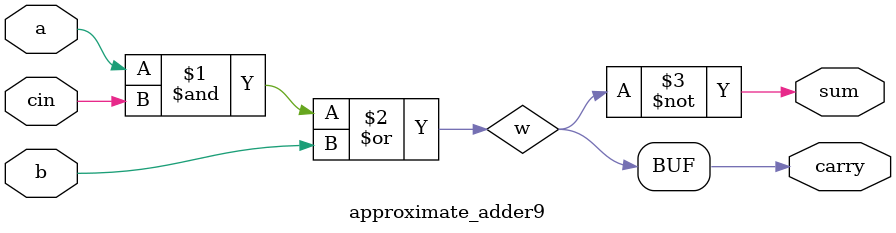
<source format=v>


module approximate_adder9 (input a,b,cin,
                          output sum,carry);

  wire w;
  assign w=(a&cin)|b;
  assign carry=w;
  assign sum=~w;
  
endmodule
</source>
